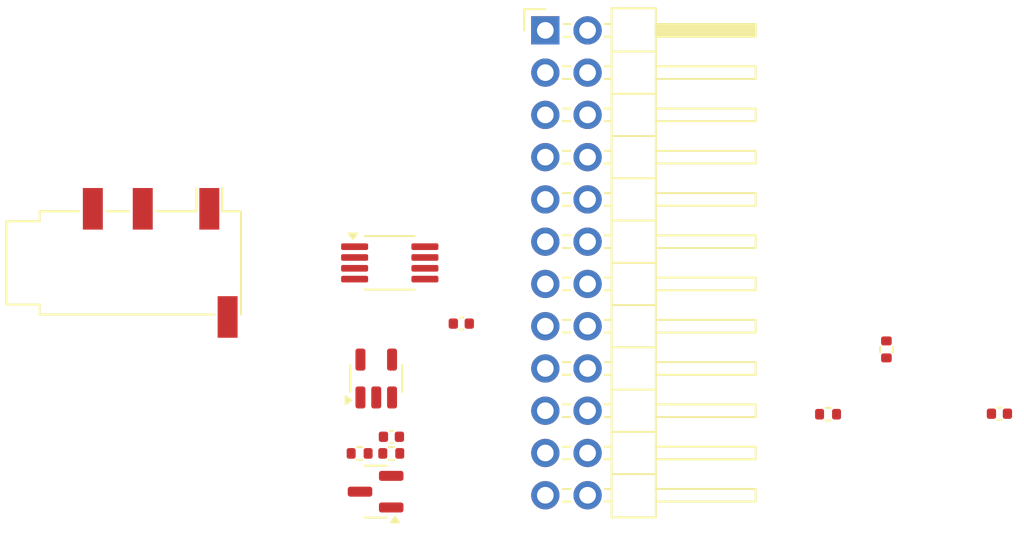
<source format=kicad_pcb>
(kicad_pcb (version 20240108) (generator "pcbnew") (generator_version "8.0")
  (layers (0 "F.Cu" signal) (31 "B.Cu" signal) (34 "B.Paste" user) (35 "F.Paste" user) (36 "B.SilkS" user "B.Silkscreen") (37 "F.SilkS" user "F.Silkscreen") (38 "B.Mask" user) (39 "F.Mask" user) (44 "Edge.Cuts" user))
  (net 0 "")
  (net 1 "VIN")
  (net 2 "GND")
  (net 3 "Net-(U3-OUT)")
  (net 4 "/IN7-")
  (net 5 "/IN1+")
  (net 6 "/IN0+")
  (net 7 "/IN6+")
  (net 8 "/IN5+")
  (net 9 "/IN7+")
  (net 10 "/IN6-")
  (net 11 "/IN2+")
  (net 12 "/IN3+")
  (net 13 "/IN4+")
  (net 14 "/SCL{slash}A5")
  (net 15 "/IN4-")
  (net 16 "/IN1-")
  (net 17 "/IN5-")
  (net 18 "/A0")
  (net 19 "/IN2-")
  (net 20 "/IN3-")
  (net 21 "/RST")
  (net 22 "Net-(Q2-D)")
  (net 24 "Net-(Q1-D)")
  (net 25 "Net-(U2-+)")
  (net 26 "Net-(R1-Pad1)")
  (net 27 "Net-(U1-Ref)")
  (net 28 "Net-(R1-Pad2)")
  (footprint "Capacitor_SMD:C_0402_1005Metric" (layer "F.Cu") (at 138.3 112.65)
    (property "Reference" "C1" (hide yes))
    (property "Value" "1uF")
    (fp_line (start -0.107836 -0.36) (end 0.107836 -0.36) (stroke (width 0.12)) (layer "F.SilkS"))
    (fp_line (start -0.107836 0.36) (end 0.107836 0.36) (stroke (width 0.12)) (layer "F.SilkS"))
    (pad "1" smd roundrect (at -0.48 0) (size 0.56 0.62) (layers "F.Cu" "F.Paste" "F.Mask") (net 1 "VIN"))
    (pad "2" smd roundrect (at 0.48 0) (size 0.56 0.62) (layers "F.Cu" "F.Paste" "F.Mask") (net 2 "GND"))
  )
  (footprint "Package_TO_SOT_SMD:TSOT-23-5" (layer "F.Cu") (at 133.1875 115.95 90)
    (property "Reference" "U2" (hide yes))
    (property "Value" "AD8603")
    (fp_line (start 0 -1.56) (end 0.8 -1.56) (stroke (width 0.12)) (layer "F.SilkS"))
    (fp_line (start 0 -1.56) (end -0.8 -1.56) (stroke (width 0.12)) (layer "F.SilkS"))
    (fp_line (start 0 1.56) (end 0.8 1.56) (stroke (width 0.12)) (layer "F.SilkS"))
    (fp_line (start 0 1.56) (end -0.8 1.56) (stroke (width 0.12)) (layer "F.SilkS"))
    (fp_poly (pts (xy -1.3 -1.51) (xy -1.54 -1.84) (xy -1.06 -1.84) (xy -1.3 -1.51)) (stroke (width 0.12)) (fill solid) (layer "F.SilkS"))
    (pad "1" smd roundrect (at -1.1375 -0.95 90) (size 1.325 0.6) (layers "F.Cu" "F.Paste" "F.Mask") (net 27 "Net-(U1-Ref)"))
    (pad "2" smd roundrect (at -1.1375 0 90) (size 1.325 0.6) (layers "F.Cu" "F.Paste" "F.Mask") (net 2 "GND"))
    (pad "3" smd roundrect (at -1.1375 0.95 90) (size 1.325 0.6) (layers "F.Cu" "F.Paste" "F.Mask") (net 25 "Net-(U2-+)"))
    (pad "4" smd roundrect (at 1.1375 0.95 90) (size 1.325 0.6) (layers "F.Cu" "F.Paste" "F.Mask") (net 27 "Net-(U1-Ref)"))
    (pad "5" smd roundrect (at 1.1375 -0.95 90) (size 1.325 0.6) (layers "F.Cu" "F.Paste" "F.Mask") (net 1 "VIN"))
  )
  (footprint "Capacitor_SMD:C_0402_1005Metric" (layer "F.Cu") (at 134.1 119.45 180)
    (property "Reference" "C3" (hide yes))
    (property "Value" "1uF")
    (fp_line (start -0.107836 0.36) (end 0.107836 0.36) (stroke (width 0.12)) (layer "F.SilkS"))
    (fp_line (start -0.107836 -0.36) (end 0.107836 -0.36) (stroke (width 0.12)) (layer "F.SilkS"))
    (pad "1" smd roundrect (at -0.48 0 180) (size 0.56 0.62) (layers "F.Cu" "F.Paste" "F.Mask") (net 3 "Net-(U3-OUT)"))
    (pad "2" smd roundrect (at 0.48 0 180) (size 0.56 0.62) (layers "F.Cu" "F.Paste" "F.Mask") (net 2 "GND"))
  )
  (footprint "Resistor_SMD:R_0402_1005Metric" (layer "F.Cu") (at 163.85 114.2 -90)
    (property "Reference" "R2" (hide yes))
    (property "Value" "100kR")
    (fp_line (start -0.153641 0.38) (end 0.153641 0.38) (stroke (width 0.12)) (layer "F.SilkS"))
    (fp_line (start -0.153641 -0.38) (end 0.153641 -0.38) (stroke (width 0.12)) (layer "F.SilkS"))
    (pad "1" smd roundrect (at -0.51 0 270) (size 0.54 0.64) (layers "F.Cu" "F.Paste" "F.Mask") (net 2 "GND"))
    (pad "2" smd roundrect (at 0.51 0 270) (size 0.54 0.64) (layers "F.Cu" "F.Paste" "F.Mask") (net 21 "/RST"))
  )
  (footprint "Resistor_SMD:R_0402_1005Metric" (layer "F.Cu") (at 132.19 120.45 180)
    (property "Reference" "R5" (hide yes))
    (property "Value" "100kR")
    (fp_line (start -0.153641 0.38) (end 0.153641 0.38) (stroke (width 0.12)) (layer "F.SilkS"))
    (fp_line (start -0.153641 -0.38) (end 0.153641 -0.38) (stroke (width 0.12)) (layer "F.SilkS"))
    (pad "1" smd roundrect (at -0.51 0 180) (size 0.54 0.64) (layers "F.Cu" "F.Paste" "F.Mask") (net 25 "Net-(U2-+)"))
    (pad "2" smd roundrect (at 0.51 0 180) (size 0.54 0.64) (layers "F.Cu" "F.Paste" "F.Mask") (net 2 "GND"))
  )
  (footprint "Resistor_SMD:R_0402_1005Metric" (layer "F.Cu") (at 160.3425 118.095)
    (property "Reference" "R3" (hide yes))
    (property "Value" "100kR")
    (fp_line (start -0.153641 -0.38) (end 0.153641 -0.38) (stroke (width 0.12)) (layer "F.SilkS"))
    (fp_line (start -0.153641 0.38) (end 0.153641 0.38) (stroke (width 0.12)) (layer "F.SilkS"))
    (pad "1" smd roundrect (at -0.51 0) (size 0.54 0.64) (layers "F.Cu" "F.Paste" "F.Mask") (net 2 "GND"))
    (pad "2" smd roundrect (at 0.51 0) (size 0.54 0.64) (layers "F.Cu" "F.Paste" "F.Mask") (net 21 "/RST"))
  )
  (footprint "Package_TO_SOT_SMD:SOT-23" (layer "F.Cu") (at 133.15 122.75 180)
    (property "Reference" "U3" (hide yes))
    (property "Value" "REF3012")
    (fp_line (start 0 1.56) (end 0.65 1.56) (stroke (width 0.12)) (layer "F.SilkS"))
    (fp_line (start 0 1.56) (end -0.65 1.56) (stroke (width 0.12)) (layer "F.SilkS"))
    (fp_line (start 0 -1.56) (end 0.65 -1.56) (stroke (width 0.12)) (layer "F.SilkS"))
    (fp_line (start 0 -1.56) (end -0.65 -1.56) (stroke (width 0.12)) (layer "F.SilkS"))
    (fp_poly (pts (xy -1.1625 -1.51) (xy -1.4025 -1.84) (xy -0.9225 -1.84) (xy -1.1625 -1.51)) (stroke (width 0.12)) (fill solid) (layer "F.SilkS"))
    (pad "1" smd roundrect (at -0.9375 -0.95 180) (size 1.475 0.6) (layers "F.Cu" "F.Paste" "F.Mask") (net 1 "VIN"))
    (pad "2" smd roundrect (at -0.9375 0.95 180) (size 1.475 0.6) (layers "F.Cu" "F.Paste" "F.Mask") (net 3 "Net-(U3-OUT)"))
    (pad "3" smd roundrect (at 0.9375 0 180) (size 1.475 0.6) (layers "F.Cu" "F.Paste" "F.Mask") (net 2 "GND"))
  )
  (footprint "Package_SO:MSOP-8_3x3mm_P0.65mm" (layer "F.Cu") (at 134 109)
    (property "Reference" "U1" (hide yes))
    (property "Value" "AD8236ARMZ")
    (fp_line (start 0 -1.61) (end -1.5 -1.61) (stroke (width 0.12)) (layer "F.SilkS"))
    (fp_line (start 0 -1.61) (end 1.5 -1.61) (stroke (width 0.12)) (layer "F.SilkS"))
    (fp_line (start 0 1.61) (end -1.5 1.61) (stroke (width 0.12)) (layer "F.SilkS"))
    (fp_line (start 0 1.61) (end 1.5 1.61) (stroke (width 0.12)) (layer "F.SilkS"))
    (fp_poly (pts (xy -2.2125 -1.435) (xy -2.4525 -1.765) (xy -1.9725 -1.765) (xy -2.2125 -1.435)) (stroke (width 0.12)) (fill solid) (layer "F.SilkS"))
    (pad "1" smd roundrect (at -2.1125 -0.975) (size 1.625 0.4) (layers "F.Cu" "F.Paste" "F.Mask") (net 22 "Net-(Q2-D)"))
    (pad "2" smd roundrect (at -2.1125 -0.325) (size 1.625 0.4) (layers "F.Cu" "F.Paste" "F.Mask") (net 26 "Net-(R1-Pad1)"))
    (pad "3" smd roundrect (at -2.1125 0.325) (size 1.625 0.4) (layers "F.Cu" "F.Paste" "F.Mask") (net 28 "Net-(R1-Pad2)"))
    (pad "4" smd roundrect (at -2.1125 0.975) (size 1.625 0.4) (layers "F.Cu" "F.Paste" "F.Mask") (net 24 "Net-(Q1-D)"))
    (pad "5" smd roundrect (at 2.1125 0.975) (size 1.625 0.4) (layers "F.Cu" "F.Paste" "F.Mask") (net 2 "GND"))
    (pad "6" smd roundrect (at 2.1125 0.325) (size 1.625 0.4) (layers "F.Cu" "F.Paste" "F.Mask") (net 27 "Net-(U1-Ref)"))
    (pad "7" smd roundrect (at 2.1125 -0.325) (size 1.625 0.4) (layers "F.Cu" "F.Paste" "F.Mask") (net 6 "/IN0+"))
    (pad "8" smd roundrect (at 2.1125 -0.975) (size 1.625 0.4) (layers "F.Cu" "F.Paste" "F.Mask") (net 1 "VIN"))
  )
  (footprint "Connector_Audio:Jack_3.5mm_PJ320D_Horizontal" (layer "F.Cu") (at 119.33 109)
    (property "Reference" "J2" (hide yes))
    (property "Value" "AudioJack4")
    (fp_line (start -8.375 -2.5) (end -8.375 2.5) (stroke (width 0.12)) (layer "F.SilkS"))
    (fp_line (start -6.375 -3.1) (end -6.375 -2.5) (stroke (width 0.12)) (layer "F.SilkS"))
    (fp_line (start -6.375 -3.1) (end -4 -3.1) (stroke (width 0.12)) (layer "F.SilkS"))
    (fp_line (start -6.375 -2.5) (end -8.375 -2.5) (stroke (width 0.12)) (layer "F.SilkS"))
    (fp_line (start -6.375 2.5) (end -8.375 2.5) (stroke (width 0.12)) (layer "F.SilkS"))
    (fp_line (start -6.375 2.5) (end -6.375 3.1) (stroke (width 0.12)) (layer "F.SilkS"))
    (fp_line (start -2.35 -3.1) (end -1 -3.1) (stroke (width 0.12)) (layer "F.SilkS"))
    (fp_line (start 0.65 -3.1) (end 3.05 -3.1) (stroke (width 0.12)) (layer "F.SilkS"))
    (fp_line (start 3.05 -3.1) (end 3.05 -4.5) (stroke (width 0.12)) (layer "F.SilkS"))
    (fp_line (start 4.15 3.1) (end -6.375 3.1) (stroke (width 0.12)) (layer "F.SilkS"))
    (fp_line (start 4.6 -3.1) (end 4.6 -4.5) (stroke (width 0.12)) (layer "F.SilkS"))
    (fp_line (start 4.6 -3.1) (end 5.725 -3.1) (stroke (width 0.12)) (layer "F.SilkS"))
    (fp_line (start 5.725 3.1) (end 5.725 -3.1) (stroke (width 0.12)) (layer "F.SilkS"))
    (pad "" np_thru_hole circle (at -4.775 0) (size 1.5 1.5) (drill 1.5) (layers "*.Cu" "*.Mask"))
    (pad "" np_thru_hole circle (at 2.225 0) (size 1.5 1.5) (drill 1.5) (layers "*.Cu" "*.Mask"))
    (pad "R1" smd rect (at -0.175 -3.25) (size 1.2 2.5) (layers "F.Cu" "F.Paste" "F.Mask") (net 24 "Net-(Q1-D)"))
    (pad "R2" smd rect (at -3.175 -3.25) (size 1.2 2.5) (layers "F.Cu" "F.Paste" "F.Mask"))
    (pad "S" smd rect (at 4.925 3.25) (size 1.2 2.5) (layers "F.Cu" "F.Paste" "F.Mask") (net 2 "GND"))
    (pad "T" smd rect (at 3.825 -3.25) (size 1.2 2.5) (layers "F.Cu" "F.Paste" "F.Mask") (net 22 "Net-(Q2-D)"))
  )
  (footprint "Connector_PinHeader_2.54mm:PinHeader_2x12_P2.54mm_Horizontal" (layer "F.Cu") (at 143.35 95.025)
    (property "Reference" "J1" (hide yes))
    (property "Value" "Conn_02x12_Odd_Even")
    (fp_line (start -1.27 -1.27) (end 0 -1.27) (stroke (width 0.12)) (layer "F.SilkS"))
    (fp_line (start -1.27 0) (end -1.27 -1.27) (stroke (width 0.12)) (layer "F.SilkS"))
    (fp_line (start 1.042929 2.16) (end 1.497071 2.16) (stroke (width 0.12)) (layer "F.SilkS"))
    (fp_line (start 1.042929 2.92) (end 1.497071 2.92) (stroke (width 0.12)) (layer "F.SilkS"))
    (fp_line (start 1.042929 4.7) (end 1.497071 4.7) (stroke (width 0.12)) (layer "F.SilkS"))
    (fp_line (start 1.042929 5.46) (end 1.497071 5.46) (stroke (width 0.12)) (layer "F.SilkS"))
    (fp_line (start 1.042929 7.24) (end 1.497071 7.24) (stroke (width 0.12)) (layer "F.SilkS"))
    (fp_line (start 1.042929 8) (end 1.497071 8) (stroke (width 0.12)) (layer "F.SilkS"))
    (fp_line (start 1.042929 9.78) (end 1.497071 9.78) (stroke (width 0.12)) (layer "F.SilkS"))
    (fp_line (start 1.042929 10.54) (end 1.497071 10.54) (stroke (width 0.12)) (layer "F.SilkS"))
    (fp_line (start 1.042929 12.32) (end 1.497071 12.32) (stroke (width 0.12)) (layer "F.SilkS"))
    (fp_line (start 1.042929 13.08) (end 1.497071 13.08) (stroke (width 0.12)) (layer "F.SilkS"))
    (fp_line (start 1.042929 14.86) (end 1.497071 14.86) (stroke (width 0.12)) (layer "F.SilkS"))
    (fp_line (start 1.042929 15.62) (end 1.497071 15.62) (stroke (width 0.12)) (layer "F.SilkS"))
    (fp_line (start 1.042929 17.4) (end 1.497071 17.4) (stroke (width 0.12)) (layer "F.SilkS"))
    (fp_line (start 1.042929 18.16) (end 1.497071 18.16) (stroke (width 0.12)) (layer "F.SilkS"))
    (fp_line (start 1.042929 19.94) (end 1.497071 19.94) (stroke (width 0.12)) (layer "F.SilkS"))
    (fp_line (start 1.042929 20.7) (end 1.497071 20.7) (stroke (width 0.12)) (layer "F.SilkS"))
    (fp_line (start 1.042929 22.48) (end 1.497071 22.48) (stroke (width 0.12)) (layer "F.SilkS"))
    (fp_line (start 1.042929 23.24) (end 1.497071 23.24) (stroke (width 0.12)) (layer "F.SilkS"))
    (fp_line (start 1.042929 25.02) (end 1.497071 25.02) (stroke (width 0.12)) (layer "F.SilkS"))
    (fp_line (start 1.042929 25.78) (end 1.497071 25.78) (stroke (width 0.12)) (layer "F.SilkS"))
    (fp_line (start 1.042929 27.56) (end 1.497071 27.56) (stroke (width 0.12)) (layer "F.SilkS"))
    (fp_line (start 1.042929 28.32) (end 1.497071 28.32) (stroke (width 0.12)) (layer "F.SilkS"))
    (fp_line (start 1.11 -0.38) (end 1.497071 -0.38) (stroke (width 0.12)) (layer "F.SilkS"))
    (fp_line (start 1.11 0.38) (end 1.497071 0.38) (stroke (width 0.12)) (layer "F.SilkS"))
    (fp_line (start 3.582929 -0.38) (end 3.98 -0.38) (stroke (width 0.12)) (layer "F.SilkS"))
    (fp_line (start 3.582929 0.38) (end 3.98 0.38) (stroke (width 0.12)) (layer "F.SilkS"))
    (fp_line (start 3.582929 2.16) (end 3.98 2.16) (stroke (width 0.12)) (layer "F.SilkS"))
    (fp_line (start 3.582929 2.92) (end 3.98 2.92) (stroke (width 0.12)) (layer "F.SilkS"))
    (fp_line (start 3.582929 4.7) (end 3.98 4.7) (stroke (width 0.12)) (layer "F.SilkS"))
    (fp_line (start 3.582929 5.46) (end 3.98 5.46) (stroke (width 0.12)) (layer "F.SilkS"))
    (fp_line (start 3.582929 7.24) (end 3.98 7.24) (stroke (width 0.12)) (layer "F.SilkS"))
    (fp_line (start 3.582929 8) (end 3.98 8) (stroke (width 0.12)) (layer "F.SilkS"))
    (fp_line (start 3.582929 9.78) (end 3.98 9.78) (stroke (width 0.12)) (layer "F.SilkS"))
    (fp_line (start 3.582929 10.54) (end 3.98 10.54) (stroke (width 0.12)) (layer "F.SilkS"))
    (fp_line (start 3.582929 12.32) (end 3.98 12.32) (stroke (width 0.12)) (layer "F.SilkS"))
    (fp_line (start 3.582929 13.08) (end 3.98 13.08) (stroke (width 0.12)) (layer "F.SilkS"))
    (fp_line (start 3.582929 14.86) (end 3.98 14.86) (stroke (width 0.12)) (layer "F.SilkS"))
    (fp_line (start 3.582929 15.62) (end 3.98 15.62) (stroke (width 0.12)) (layer "F.SilkS"))
    (fp_line (start 3.582929 17.4) (end 3.98 17.4) (stroke (width 0.12)) (layer "F.SilkS"))
    (fp_line (start 3.582929 18.16) (end 3.98 18.16) (stroke (width 0.12)) (layer "F.SilkS"))
    (fp_line (start 3.582929 19.94) (end 3.98 19.94) (stroke (width 0.12)) (layer "F.SilkS"))
    (fp_line (start 3.582929 20.7) (end 3.98 20.7) (stroke (width 0.12)) (layer "F.SilkS"))
    (fp_line (start 3.582929 22.48) (end 3.98 22.48) (stroke (width 0.12)) (layer "F.SilkS"))
    (fp_line (start 3.582929 23.24) (end 3.98 23.24) (stroke (width 0.12)) (layer "F.SilkS"))
    (fp_line (start 3.582929 25.02) (end 3.98 25.02) (stroke (width 0.12)) (layer "F.SilkS"))
    (fp_line (start 3.582929 25.78) (end 3.98 25.78) (stroke (width 0.12)) (layer "F.SilkS"))
    (fp_line (start 3.582929 27.56) (end 3.98 27.56) (stroke (width 0.12)) (layer "F.SilkS"))
    (fp_line (start 3.582929 28.32) (end 3.98 28.32) (stroke (width 0.12)) (layer "F.SilkS"))
    (fp_line (start 3.98 -1.33) (end 3.98 29.27) (stroke (width 0.12)) (layer "F.SilkS"))
    (fp_line (start 3.98 1.27) (end 6.64 1.27) (stroke (width 0.12)) (layer "F.SilkS"))
    (fp_line (start 3.98 3.81) (end 6.64 3.81) (stroke (width 0.12)) (layer "F.SilkS"))
    (fp_line (start 3.98 6.35) (end 6.64 6.35) (stroke (width 0.12)) (layer "F.SilkS"))
    (fp_line (start 3.98 8.89) (end 6.64 8.89) (stroke (width 0.12)) (layer "F.SilkS"))
    (fp_line (start 3.98 11.43) (end 6.64 11.43) (stroke (width 0.12)) (layer "F.SilkS"))
    (fp_line (start 3.98 13.97) (end 6.64 13.97) (stroke (width 0.12)) (layer "F.SilkS"))
    (fp_line (start 3.98 16.51) (end 6.64 16.51) (stroke (width 0.12)) (layer "F.SilkS"))
    (fp_line (start 3.98 19.05) (end 6.64 19.05) (stroke (width 0.12)) (layer "F.SilkS"))
    (fp_line (start 3.98 21.59) (end 6.64 21.59) (stroke (width 0.12)) (layer "F.SilkS"))
    (fp_line (start 3.98 24.13) (end 6.64 24.13) (stroke (width 0.12)) (layer "F.SilkS"))
    (fp_line (start 3.98 26.67) (end 6.64 26.67) (stroke (width 0.12)) (layer "F.SilkS"))
    (fp_line (start 3.98 29.27) (end 6.64 29.27) (stroke (width 0.12)) (layer "F.SilkS"))
    (fp_line (start 6.64 -1.33) (end 3.98 -1.33) (stroke (width 0.12)) (layer "F.SilkS"))
    (fp_line (start 6.64 -0.38) (end 12.64 -0.38) (stroke (width 0.12)) (layer "F.SilkS"))
    (fp_line (start 6.64 -0.32) (end 12.64 -0.32) (stroke (width 0.12)) (layer "F.SilkS"))
    (fp_line (start 6.64 -0.2) (end 12.64 -0.2) (stroke (width 0.12)) (layer "F.SilkS"))
    (fp_line (start 6.64 -0.08) (end 12.64 -0.08) (stroke (width 0.12)) (layer "F.SilkS"))
    (fp_line (start 6.64 0.04) (end 12.64 0.04) (stroke (width 0.12)) (layer "F.SilkS"))
    (fp_line (start 6.64 0.16) (end 12.64 0.16) (stroke (width 0.12)) (layer "F.SilkS"))
    (fp_line (start 6.64 0.28) (end 12.64 0.28) (stroke (width 0.12)) (layer "F.SilkS"))
    (fp_line (start 6.64 2.16) (end 12.64 2.16) (stroke (width 0.12)) (layer "F.SilkS"))
    (fp_line (start 6.64 4.7) (end 12.64 4.7) (stroke (width 0.12)) (layer "F.SilkS"))
    (fp_line (start 6.64 7.24) (end 12.64 7.24) (stroke (width 0.12)) (layer "F.SilkS"))
    (fp_line (start 6.64 9.78) (end 12.64 9.78) (stroke (width 0.12)) (layer "F.SilkS"))
    (fp_line (start 6.64 12.32) (end 12.64 12.32) (stroke (width 0.12)) (layer "F.SilkS"))
    (fp_line (start 6.64 14.86) (end 12.64 14.86) (stroke (width 0.12)) (layer "F.SilkS"))
    (fp_line (start 6.64 17.4) (end 12.64 17.4) (stroke (width 0.12)) (layer "F.SilkS"))
    (fp_line (start 6.64 19.94) (end 12.64 19.94) (stroke (width 0.12)) (layer "F.SilkS"))
    (fp_line (start 6.64 22.48) (end 12.64 22.48) (stroke (width 0.12)) (layer "F.SilkS"))
    (fp_line (start 6.64 25.02) (end 12.64 25.02) (stroke (width 0.12)) (layer "F.SilkS"))
    (fp_line (start 6.64 27.56) (end 12.64 27.56) (stroke (width 0.12)) (layer "F.SilkS"))
    (fp_line (start 6.64 29.27) (end 6.64 -1.33) (stroke (width 0.12)) (layer "F.SilkS"))
    (fp_line (start 12.64 -0.38) (end 12.64 0.38) (stroke (width 0.12)) (layer "F.SilkS"))
    (fp_line (start 12.64 0.38) (end 6.64 0.38) (stroke (width 0.12)) (layer "F.SilkS"))
    (fp_line (start 12.64 2.16) (end 12.64 2.92) (stroke (width 0.12)) (layer "F.SilkS"))
    (fp_line (start 12.64 2.92) (end 6.64 2.92) (stroke (width 0.12)) (layer "F.SilkS"))
    (fp_line (start 12.64 4.7) (end 12.64 5.46) (stroke (width 0.12)) (layer "F.SilkS"))
    (fp_line (start 12.64 5.46) (end 6.64 5.46) (stroke (width 0.12)) (layer "F.SilkS"))
    (fp_line (start 12.64 7.24) (end 12.64 8) (stroke (width 0.12)) (layer "F.SilkS"))
    (fp_line (start 12.64 8) (end 6.64 8) (stroke (width 0.12)) (layer "F.SilkS"))
    (fp_line (start 12.64 9.78) (end 12.64 10.54) (stroke (width 0.12)) (layer "F.SilkS"))
    (fp_line (start 12.64 10.54) (end 6.64 10.54) (stroke (width 0.12)) (layer "F.SilkS"))
    (fp_line (start 12.64 12.32) (end 12.64 13.08) (stroke (width 0.12)) (layer "F.SilkS"))
    (fp_line (start 12.64 13.08) (end 6.64 13.08) (stroke (width 0.12)) (layer "F.SilkS"))
    (fp_line (start 12.64 14.86) (end 12.64 15.62) (stroke (width 0.12)) (layer "F.SilkS"))
    (fp_line (start 12.64 15.62) (end 6.64 15.62) (stroke (width 0.12)) (layer "F.SilkS"))
    (fp_line (start 12.64 17.4) (end 12.64 18.16) (stroke (width 0.12)) (layer "F.SilkS"))
    (fp_line (start 12.64 18.16) (end 6.64 18.16) (stroke (width 0.12)) (layer "F.SilkS"))
    (fp_line (start 12.64 19.94) (end 12.64 20.7) (stroke (width 0.12)) (layer "F.SilkS"))
    (fp_line (start 12.64 20.7) (end 6.64 20.7) (stroke (width 0.12)) (layer "F.SilkS"))
    (fp_line (start 12.64 22.48) (end 12.64 23.24) (stroke (width 0.12)) (layer "F.SilkS"))
    (fp_line (start 12.64 23.24) (end 6.64 23.24) (stroke (width 0.12)) (layer "F.SilkS"))
    (fp_line (start 12.64 25.02) (end 12.64 25.78) (stroke (width 0.12)) (layer "F.SilkS"))
    (fp_line (start 12.64 25.78) (end 6.64 25.78) (stroke (width 0.12)) (layer "F.SilkS"))
    (fp_line (start 12.64 27.56) (end 12.64 28.32) (stroke (width 0.12)) (layer "F.SilkS"))
    (fp_line (start 12.64 28.32) (end 6.64 28.32) (stroke (width 0.12)) (layer "F.SilkS"))
    (pad "1" thru_hole rect (at 0 0) (size 1.7 1.7) (drill 1) (layers "*.Cu" "*.Mask") (net 21 "/RST"))
    (pad "2" thru_hole oval (at 2.54 0) (size 1.7 1.7) (drill 1) (layers "*.Cu" "*.Mask") (net 14 "/SCL{slash}A5"))
    (pad "3" thru_hole oval (at 0 2.54) (size 1.7 1.7) (drill 1) (layers "*.Cu" "*.Mask") (net 2 "GND"))
    (pad "4" thru_hole oval (at 2.54 2.54) (size 1.7 1.7) (drill 1) (layers "*.Cu" "*.Mask") (net 2 "GND"))
    (pad "5" thru_hole oval (at 0 5.08) (size 1.7 1.7) (drill 1) (layers "*.Cu" "*.Mask") (net 6 "/IN0+"))
    (pad "6" thru_hole oval (at 2.54 5.08) (size 1.7 1.7) (drill 1) (layers "*.Cu" "*.Mask") (net 2 "GND"))
    (pad "7" thru_hole oval (at 0 7.62) (size 1.7 1.7) (drill 1) (layers "*.Cu" "*.Mask") (net 16 "/IN1-"))
    (pad "8" thru_hole oval (at 2.54 7.62) (size 1.7 1.7) (drill 1) (layers "*.Cu" "*.Mask") (net 5 "/IN1+"))
    (pad "9" thru_hole oval (at 0 10.16) (size 1.7 1.7) (drill 1) (layers "*.Cu" "*.Mask") (net 11 "/IN2+"))
    (pad "10" thru_hole oval (at 2.54 10.16) (size 1.7 1.7) (drill 1) (layers "*.Cu" "*.Mask") (net 19 "/IN2-"))
    (pad "11" thru_hole oval (at 0 12.7) (size 1.7 1.7) (drill 1) (layers "*.Cu" "*.Mask") (net 20 "/IN3-"))
    (pad "12" thru_hole oval (at 2.54 12.7) (size 1.7 1.7) (drill 1) (layers "*.Cu" "*.Mask") (net 12 "/IN3+"))
    (pad "13" thru_hole oval (at 0 15.24) (size 1.7 1.7) (drill 1) (layers "*.Cu" "*.Mask") (net 13 "/IN4+"))
    (pad "14" thru_hole oval (at 2.54 15.24) (size 1.7 1.7) (drill 1) (layers "*.Cu" "*.Mask") (net 15 "/IN4-"))
    (pad "15" thru_hole oval (at 0 17.78) (size 1.7 1.7) (drill 1) (layers "*.Cu" "*.Mask") (net 17 "/IN5-"))
    (pad "16" thru_hole oval (at 2.54 17.78) (size 1.7 1.7) (drill 1) (layers "*.Cu" "*.Mask") (net 8 "/IN5+"))
    (pad "17" thru_hole oval (at 0 20.32) (size 1.7 1.7) (drill 1) (layers "*.Cu" "*.Mask") (net 7 "/IN6+"))
    (pad "18" thru_hole oval (at 2.54 20.32) (size 1.7 1.7) (drill 1) (layers "*.Cu" "*.Mask") (net 10 "/IN6-"))
    (pad "19" thru_hole oval (at 0 22.86) (size 1.7 1.7) (drill 1) (layers "*.Cu" "*.Mask") (net 4 "/IN7-"))
    (pad "20" thru_hole oval (at 2.54 22.86) (size 1.7 1.7) (drill 1) (layers "*.Cu" "*.Mask") (net 9 "/IN7+"))
    (pad "21" thru_hole oval (at 0 25.4) (size 1.7 1.7) (drill 1) (layers "*.Cu" "*.Mask") (net 2 "GND"))
    (pad "22" thru_hole oval (at 2.54 25.4) (size 1.7 1.7) (drill 1) (layers "*.Cu" "*.Mask") (net 2 "GND"))
    (pad "23" thru_hole oval (at 0 27.94) (size 1.7 1.7) (drill 1) (layers "*.Cu" "*.Mask") (net 18 "/A0"))
    (pad "24" thru_hole oval (at 2.54 27.94) (size 1.7 1.7) (drill 1) (layers "*.Cu" "*.Mask") (net 1 "VIN"))
  )
  (footprint "Resistor_SMD:R_0402_1005Metric" (layer "F.Cu") (at 134.09 120.45 180)
    (property "Reference" "R4" (hide yes))
    (property "Value" "100kR")
    (fp_line (start -0.153641 0.38) (end 0.153641 0.38) (stroke (width 0.12)) (layer "F.SilkS"))
    (fp_line (start -0.153641 -0.38) (end 0.153641 -0.38) (stroke (width 0.12)) (layer "F.SilkS"))
    (pad "1" smd roundrect (at -0.51 0 180) (size 0.54 0.64) (layers "F.Cu" "F.Paste" "F.Mask") (net 3 "Net-(U3-OUT)"))
    (pad "2" smd roundrect (at 0.51 0 180) (size 0.54 0.64) (layers "F.Cu" "F.Paste" "F.Mask") (net 25 "Net-(U2-+)"))
  )
  (footprint "Capacitor_SMD:C_0402_1005Metric" (layer "F.Cu") (at 170.6425 118.065)
    (property "Reference" "C2" (hide yes))
    (property "Value" "1uF")
    (fp_line (start -0.107836 -0.36) (end 0.107836 -0.36) (stroke (width 0.12)) (layer "F.SilkS"))
    (fp_line (start -0.107836 0.36) (end 0.107836 0.36) (stroke (width 0.12)) (layer "F.SilkS"))
    (pad "1" smd roundrect (at -0.48 0) (size 0.56 0.62) (layers "F.Cu" "F.Paste" "F.Mask") (net 1 "VIN"))
    (pad "2" smd roundrect (at 0.48 0) (size 0.56 0.62) (layers "F.Cu" "F.Paste" "F.Mask") (net 2 "GND"))
  )
)
</source>
